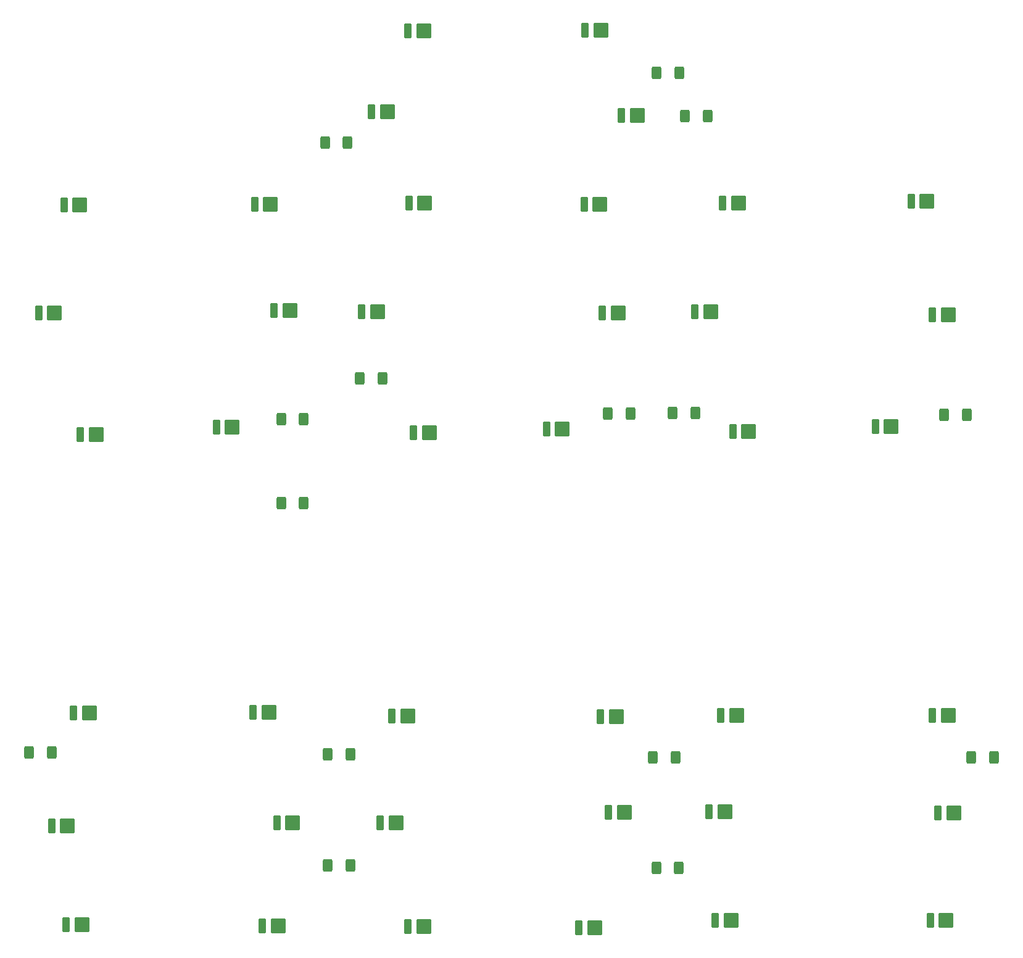
<source format=gbr>
%TF.GenerationSoftware,KiCad,Pcbnew,9.0.2*%
%TF.CreationDate,2025-06-29T15:47:53+02:00*%
%TF.ProjectId,adirs,61646972-732e-46b6-9963-61645f706362,rev?*%
%TF.SameCoordinates,Original*%
%TF.FileFunction,Paste,Top*%
%TF.FilePolarity,Positive*%
%FSLAX46Y46*%
G04 Gerber Fmt 4.6, Leading zero omitted, Abs format (unit mm)*
G04 Created by KiCad (PCBNEW 9.0.2) date 2025-06-29 15:47:53*
%MOMM*%
%LPD*%
G01*
G04 APERTURE LIST*
G04 Aperture macros list*
%AMRoundRect*
0 Rectangle with rounded corners*
0 $1 Rounding radius*
0 $2 $3 $4 $5 $6 $7 $8 $9 X,Y pos of 4 corners*
0 Add a 4 corners polygon primitive as box body*
4,1,4,$2,$3,$4,$5,$6,$7,$8,$9,$2,$3,0*
0 Add four circle primitives for the rounded corners*
1,1,$1+$1,$2,$3*
1,1,$1+$1,$4,$5*
1,1,$1+$1,$6,$7*
1,1,$1+$1,$8,$9*
0 Add four rect primitives between the rounded corners*
20,1,$1+$1,$2,$3,$4,$5,0*
20,1,$1+$1,$4,$5,$6,$7,0*
20,1,$1+$1,$6,$7,$8,$9,0*
20,1,$1+$1,$8,$9,$2,$3,0*%
G04 Aperture macros list end*
%ADD10RoundRect,0.165000X-0.385000X-0.885000X0.385000X-0.885000X0.385000X0.885000X-0.385000X0.885000X0*%
%ADD11RoundRect,0.315000X-0.735000X-0.735000X0.735000X-0.735000X0.735000X0.735000X-0.735000X0.735000X0*%
%ADD12RoundRect,0.250000X-0.400000X-0.625000X0.400000X-0.625000X0.400000X0.625000X-0.400000X0.625000X0*%
G04 APERTURE END LIST*
D10*
%TO.C,D35*%
X231200000Y-149600000D03*
D11*
X233350000Y-149600000D03*
%TD*%
D10*
%TO.C,D29*%
X216560000Y-134800000D03*
D11*
X218710000Y-134800000D03*
%TD*%
D10*
%TO.C,D33*%
X230360000Y-134700000D03*
D11*
X232510000Y-134700000D03*
%TD*%
D12*
%TO.C,R14*%
X223150000Y-33375000D03*
X226250000Y-33375000D03*
%TD*%
%TO.C,R7*%
X137050000Y-126600000D03*
X140150000Y-126600000D03*
%TD*%
D10*
%TO.C,D3*%
X162750000Y-82000000D03*
D11*
X164900000Y-82000000D03*
%TD*%
D10*
%TO.C,D22*%
X171060000Y-136200000D03*
D11*
X173210000Y-136200000D03*
%TD*%
D10*
%TO.C,D19*%
X143150000Y-121200000D03*
D11*
X145300000Y-121200000D03*
%TD*%
D10*
%TO.C,D13*%
X232220000Y-51200000D03*
D11*
X234370000Y-51200000D03*
%TD*%
D10*
%TO.C,D16*%
X261020000Y-66600000D03*
D11*
X263170000Y-66600000D03*
%TD*%
D12*
%TO.C,R8*%
X178050000Y-142100000D03*
X181150000Y-142100000D03*
%TD*%
D10*
%TO.C,D8*%
X213200000Y-51400000D03*
D11*
X215350000Y-51400000D03*
%TD*%
D10*
%TO.C,D25*%
X186860000Y-121600000D03*
D11*
X189010000Y-121600000D03*
%TD*%
D10*
%TO.C,D21*%
X140160000Y-136700000D03*
D11*
X142310000Y-136700000D03*
%TD*%
D10*
%TO.C,D10*%
X215720000Y-66300000D03*
D11*
X217870000Y-66300000D03*
%TD*%
D10*
%TO.C,D32*%
X261000000Y-121500000D03*
D11*
X263150000Y-121500000D03*
%TD*%
D12*
%TO.C,R10*%
X223100000Y-142400000D03*
X226200000Y-142400000D03*
%TD*%
D10*
%TO.C,D12*%
X208060000Y-82200000D03*
D11*
X210210000Y-82200000D03*
%TD*%
D10*
%TO.C,D9*%
X182685000Y-66100000D03*
D11*
X184835000Y-66100000D03*
%TD*%
D10*
%TO.C,D30*%
X212500000Y-150600000D03*
D11*
X214650000Y-150600000D03*
%TD*%
D10*
%TO.C,D14*%
X258085000Y-51000000D03*
D11*
X260235000Y-51000000D03*
%TD*%
D12*
%TO.C,R12*%
X266350000Y-127300000D03*
X269450000Y-127300000D03*
%TD*%
%TO.C,R4*%
X216450000Y-80100000D03*
X219550000Y-80100000D03*
%TD*%
%TO.C,R2*%
X171650000Y-92400000D03*
X174750000Y-92400000D03*
%TD*%
D10*
%TO.C,D15*%
X228420000Y-66100000D03*
D11*
X230570000Y-66100000D03*
%TD*%
D10*
%TO.C,D5*%
X170685000Y-66000000D03*
D11*
X172835000Y-66000000D03*
%TD*%
D10*
%TO.C,D23*%
X142150000Y-150200000D03*
D11*
X144300000Y-150200000D03*
%TD*%
D10*
%TO.C,D17*%
X233620000Y-82600000D03*
D11*
X235770000Y-82600000D03*
%TD*%
D12*
%TO.C,R3*%
X182450000Y-75300000D03*
X185550000Y-75300000D03*
%TD*%
%TO.C,R11*%
X222650000Y-127300000D03*
X225750000Y-127300000D03*
%TD*%
%TO.C,R15*%
X227050000Y-39300000D03*
X230150000Y-39300000D03*
%TD*%
%TO.C,R5*%
X225350000Y-80000000D03*
X228450000Y-80000000D03*
%TD*%
D10*
%TO.C,D40*%
X218350000Y-39200000D03*
D11*
X220500000Y-39200000D03*
%TD*%
D10*
%TO.C,D2*%
X167985000Y-51400000D03*
D11*
X170135000Y-51400000D03*
%TD*%
D10*
%TO.C,D39*%
X213350000Y-27500000D03*
D11*
X215500000Y-27500000D03*
%TD*%
D10*
%TO.C,D1*%
X141860000Y-51500000D03*
D11*
X144010000Y-51500000D03*
%TD*%
D10*
%TO.C,D37*%
X189060000Y-27600000D03*
D11*
X191210000Y-27600000D03*
%TD*%
D12*
%TO.C,R13*%
X177650000Y-42900000D03*
X180750000Y-42900000D03*
%TD*%
D10*
%TO.C,D34*%
X261760000Y-134900000D03*
D11*
X263910000Y-134900000D03*
%TD*%
D12*
%TO.C,R9*%
X178050000Y-126800000D03*
X181150000Y-126800000D03*
%TD*%
%TO.C,R1*%
X171650000Y-80900000D03*
X174750000Y-80900000D03*
%TD*%
D10*
%TO.C,D24*%
X169060000Y-150400000D03*
D11*
X171210000Y-150400000D03*
%TD*%
D10*
%TO.C,D26*%
X215460000Y-121700000D03*
D11*
X217610000Y-121700000D03*
%TD*%
D10*
%TO.C,D7*%
X189150000Y-51200000D03*
D11*
X191300000Y-51200000D03*
%TD*%
D10*
%TO.C,D4*%
X138385000Y-66300000D03*
D11*
X140535000Y-66300000D03*
%TD*%
D10*
%TO.C,D11*%
X189820000Y-82700000D03*
D11*
X191970000Y-82700000D03*
%TD*%
D10*
%TO.C,D36*%
X260720000Y-149600000D03*
D11*
X262870000Y-149600000D03*
%TD*%
D10*
%TO.C,D20*%
X167800000Y-121100000D03*
D11*
X169950000Y-121100000D03*
%TD*%
D12*
%TO.C,R6*%
X262600000Y-80300000D03*
X265700000Y-80300000D03*
%TD*%
D10*
%TO.C,D27*%
X185250000Y-136200000D03*
D11*
X187400000Y-136200000D03*
%TD*%
D10*
%TO.C,D31*%
X231960000Y-121500000D03*
D11*
X234110000Y-121500000D03*
%TD*%
D10*
%TO.C,D38*%
X184050000Y-38700000D03*
D11*
X186200000Y-38700000D03*
%TD*%
D10*
%TO.C,D28*%
X189050000Y-150500000D03*
D11*
X191200000Y-150500000D03*
%TD*%
D10*
%TO.C,D18*%
X253160000Y-81900000D03*
D11*
X255310000Y-81900000D03*
%TD*%
D10*
%TO.C,D6*%
X144085000Y-83000000D03*
D11*
X146235000Y-83000000D03*
%TD*%
M02*

</source>
